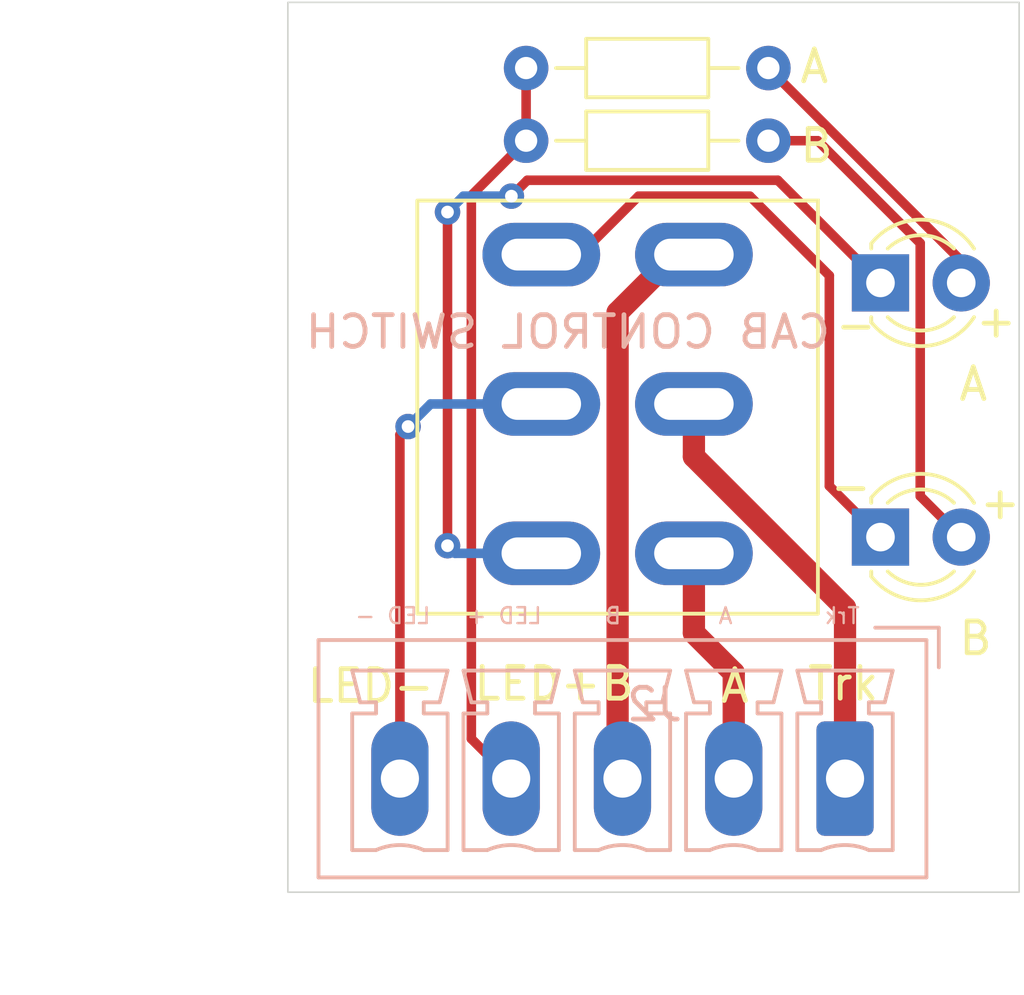
<source format=kicad_pcb>
(kicad_pcb (version 20240108) (generator "pcbnew") (generator_version "8.0")
  (layers (0 "F.Cu" signal) (31 "B.Cu" signal) (34 "B.Paste" user) (35 "F.Paste" user) (36 "B.SilkS" user "B.Silkscreen") (37 "F.SilkS" user "F.Silkscreen") (38 "B.Mask" user) (39 "F.Mask" user) (44 "Edge.Cuts" user))
  (net 0 "")
  (net 1 "GND")
  (net 2 "/spoor")
  (net 3 "Net-(D1-A)")
  (net 4 "VCC")
  (net 5 "/LED A")
  (net 6 "/LED B")
  (net 7 "/trafo A")
  (net 8 "/trafo B")
  (net 9 "Net-(D2-A)")
  (footprint "custom_kicad_lib_sk:MTS_DPDT" (layer "F.Cu") (at 150.740574 84.039534 -90)
    (property "Reference" "SW2" (hide yes))
    (property "Value" "MTS203")
    (fp_rect (start -10.4 -6.9) (end 2.6 5.7) (stroke (width 0.12)) (fill none) (layer "F.SilkS"))
    (pad "1" thru_hole oval (at -8.7 -3 270) (size 2 3.7) (drill oval 1 2.5) (layers "*.Cu" "*.Mask") (net 8 "/trafo B"))
    (pad "2" thru_hole oval (at -4 -3 270) (size 2 3.7) (drill oval 1 2.5) (layers "*.Cu" "*.Mask") (net 2 "/spoor"))
    (pad "3" thru_hole oval (at 0.7 -3 270) (size 2 3.7) (drill oval 1 2.5) (layers "*.Cu" "*.Mask") (net 7 "/trafo A"))
    (pad "4" thru_hole oval (at -8.7 1.8 270) (size 2 3.7) (drill oval 1 2.5) (layers "*.Cu" "*.Mask") (net 6 "/LED B"))
    (pad "5" thru_hole oval (at -4 1.8 270) (size 2 3.7) (drill oval 1 2.5) (layers "*.Cu" "*.Mask") (net 1 "GND"))
    (pad "6" thru_hole oval (at 0.7 1.8 270) (size 2 3.7) (drill oval 1 2.5) (layers "*.Cu" "*.Mask") (net 5 "/LED A"))
  )
  (footprint "Resistor_THT:R_Axial_DIN0204_L3.6mm_D1.6mm_P7.62mm_Horizontal" (layer "F.Cu") (at 148.463 71.755)
    (property "Reference" "R2" (hide yes))
    (property "Value" "???")
    (fp_line (start 0.94 0) (end 1.89 0) (stroke (width 0.12)) (layer "F.SilkS"))
    (fp_line (start 1.89 -0.92) (end 1.89 0.92) (stroke (width 0.12)) (layer "F.SilkS"))
    (fp_line (start 1.89 0.92) (end 5.73 0.92) (stroke (width 0.12)) (layer "F.SilkS"))
    (fp_line (start 5.73 -0.92) (end 1.89 -0.92) (stroke (width 0.12)) (layer "F.SilkS"))
    (fp_line (start 5.73 0.92) (end 5.73 -0.92) (stroke (width 0.12)) (layer "F.SilkS"))
    (fp_line (start 6.68 0) (end 5.73 0) (stroke (width 0.12)) (layer "F.SilkS"))
    (pad "1" thru_hole circle (at 0 0) (size 1.4 1.4) (drill 0.7) (layers "*.Cu" "*.Mask") (net 4 "VCC"))
    (pad "2" thru_hole oval (at 7.62 0) (size 1.4 1.4) (drill 0.7) (layers "*.Cu" "*.Mask") (net 9 "Net-(D2-A)"))
  )
  (footprint "LED_THT:LED_D3.0mm" (layer "F.Cu") (at 159.608574 76.229534)
    (property "Reference" "D1" (hide yes))
    (property "Value" "LED")
    (fp_line (start -0.29 -1.236) (end -0.29 -1.08) (stroke (width 0.12)) (layer "F.SilkS"))
    (fp_line (start -0.29 1.08) (end -0.29 1.236) (stroke (width 0.12)) (layer "F.SilkS"))
    (fp_arc (start -0.29 -1.235516) (mid 1.366487 -1.987659) (end 2.942335 -1.078608) (stroke (width 0.12)) (layer "F.SilkS"))
    (fp_arc (start 0.229039 -1.08) (mid 1.270117 -1.5) (end 2.31113 -1.079837) (stroke (width 0.12)) (layer "F.SilkS"))
    (fp_arc (start 2.31113 1.079837) (mid 1.270117 1.5) (end 0.229039 1.08) (stroke (width 0.12)) (layer "F.SilkS"))
    (fp_arc (start 2.942335 1.078608) (mid 1.366487 1.987659) (end -0.29 1.235516) (stroke (width 0.12)) (layer "F.SilkS"))
    (pad "1" thru_hole rect (at 0 0) (size 1.8 1.8) (drill 0.9) (layers "*.Cu" "*.Mask") (net 5 "/LED A"))
    (pad "2" thru_hole circle (at 2.54 0) (size 1.8 1.8) (drill 0.9) (layers "*.Cu" "*.Mask") (net 3 "Net-(D1-A)"))
  )
  (footprint "Resistor_THT:R_Axial_DIN0204_L3.6mm_D1.6mm_P7.62mm_Horizontal" (layer "F.Cu") (at 156.083 69.469 180)
    (property "Reference" "R1")
    (property "Value" "???" (hide yes))
    (fp_line (start 6.68 0) (end 5.73 0) (stroke (width 0.12)) (layer "F.SilkS"))
    (fp_line (start 5.73 0.92) (end 5.73 -0.92) (stroke (width 0.12)) (layer "F.SilkS"))
    (fp_line (start 5.73 -0.92) (end 1.89 -0.92) (stroke (width 0.12)) (layer "F.SilkS"))
    (fp_line (start 1.89 0.92) (end 5.73 0.92) (stroke (width 0.12)) (layer "F.SilkS"))
    (fp_line (start 1.89 -0.92) (end 1.89 0.92) (stroke (width 0.12)) (layer "F.SilkS"))
    (fp_line (start 0.94 0) (end 1.89 0) (stroke (width 0.12)) (layer "F.SilkS"))
    (pad "1" thru_hole circle (at 0 0 180) (size 1.4 1.4) (drill 0.7) (layers "*.Cu" "*.Mask") (net 3 "Net-(D1-A)"))
    (pad "2" thru_hole oval (at 7.62 0 180) (size 1.4 1.4) (drill 0.7) (layers "*.Cu" "*.Mask") (net 4 "VCC"))
  )
  (footprint "LED_THT:LED_D3.0mm" (layer "F.Cu") (at 159.608574 84.229534)
    (property "Reference" "D2" (hide yes))
    (property "Value" "LED")
    (fp_line (start -0.29 -1.236) (end -0.29 -1.08) (stroke (width 0.12)) (layer "F.SilkS"))
    (fp_line (start -0.29 1.08) (end -0.29 1.236) (stroke (width 0.12)) (layer "F.SilkS"))
    (fp_arc (start -0.29 -1.235516) (mid 1.366487 -1.987659) (end 2.942335 -1.078608) (stroke (width 0.12)) (layer "F.SilkS"))
    (fp_arc (start 0.229039 -1.08) (mid 1.270117 -1.5) (end 2.31113 -1.079837) (stroke (width 0.12)) (layer "F.SilkS"))
    (fp_arc (start 2.31113 1.079837) (mid 1.270117 1.5) (end 0.229039 1.08) (stroke (width 0.12)) (layer "F.SilkS"))
    (fp_arc (start 2.942335 1.078608) (mid 1.366487 1.987659) (end -0.29 1.235516) (stroke (width 0.12)) (layer "F.SilkS"))
    (pad "1" thru_hole rect (at 0 0) (size 1.8 1.8) (drill 0.9) (layers "*.Cu" "*.Mask") (net 6 "/LED B"))
    (pad "2" thru_hole circle (at 2.54 0) (size 1.8 1.8) (drill 0.9) (layers "*.Cu" "*.Mask") (net 9 "Net-(D2-A)"))
  )
  (footprint "Connector_Phoenix_MC:PhoenixContact_MCV_1,5_5-G-3.5_1x05_P3.50mm_Vertical" (layer "B.Cu") (at 158.4935 91.8285 180)
    (property "Reference" "J2" (at 5.9935 2.3285 0) (layer "B.SilkS") (effects (justify mirror)))
    (property "Value" "Screw_Terminal_01x05")
    (fp_line (start 16.56 4.36) (end 16.56 -3.11) (stroke (width 0.12)) (layer "B.SilkS"))
    (fp_line (start 16.56 -3.11) (end -2.56 -3.11) (stroke (width 0.12)) (layer "B.SilkS"))
    (fp_line (start 15.5 3.4) (end 12.5 3.4) (stroke (width 0.12)) (layer "B.SilkS"))
    (fp_line (start 15.5 2.05) (end 14.75 2.05) (stroke (width 0.12)) (layer "B.SilkS"))
    (fp_line (start 15.5 -2.25) (end 15.5 2.05) (stroke (width 0.12)) (layer "B.SilkS"))
    (fp_line (start 15.25 2.4) (end 15.5 3.4) (stroke (width 0.12)) (layer "B.SilkS"))
    (fp_line (start 14.75 2.4) (end 15.25 2.4) (stroke (width 0.12)) (layer "B.SilkS"))
    (fp_line (start 14.75 2.05) (end 14.75 2.4) (stroke (width 0.12)) (layer "B.SilkS"))
    (fp_line (start 14.75 -2.25) (end 15.5 -2.25) (stroke (width 0.12)) (layer "B.SilkS"))
    (fp_line (start 13.25 2.4) (end 13.25 2.05) (stroke (width 0.12)) (layer "B.SilkS"))
    (fp_line (start 13.25 2.05) (end 12.5 2.05) (stroke (width 0.12)) (layer "B.SilkS"))
    (fp_line (start 12.75 2.4) (end 13.25 2.4) (stroke (width 0.12)) (layer "B.SilkS"))
    (fp_line (start 12.5 3.4) (end 12.75 2.4) (stroke (width 0.12)) (layer "B.SilkS"))
    (fp_line (start 12.5 2.05) (end 12.5 -2.25) (stroke (width 0.12)) (layer "B.SilkS"))
    (fp_line (start 12.5 -2.25) (end 13.25 -2.25) (stroke (width 0.12)) (layer "B.SilkS"))
    (fp_line (start 12 3.4) (end 9 3.4) (stroke (width 0.12)) (layer "B.SilkS"))
    (fp_line (start 12 2.05) (end 11.25 2.05) (stroke (width 0.12)) (layer "B.SilkS"))
    (fp_line (start 12 -2.25) (end 12 2.05) (stroke (width 0.12)) (layer "B.SilkS"))
    (fp_line (start 11.75 2.4) (end 12 3.4) (stroke (width 0.12)) (layer "B.SilkS"))
    (fp_line (start 11.25 2.4) (end 11.75 2.4) (stroke (width 0.12)) (layer "B.SilkS"))
    (fp_line (start 11.25 2.05) (end 11.25 2.4) (stroke (width 0.12)) (layer "B.SilkS"))
    (fp_line (start 11.25 -2.25) (end 12 -2.25) (stroke (width 0.12)) (layer "B.SilkS"))
    (fp_line (start 9.75 2.4) (end 9.75 2.05) (stroke (width 0.12)) (layer "B.SilkS"))
    (fp_line (start 9.75 2.05) (end 9 2.05) (stroke (width 0.12)) (layer "B.SilkS"))
    (fp_line (start 9.25 2.4) (end 9.75 2.4) (stroke (width 0.12)) (layer "B.SilkS"))
    (fp_line (start 9 3.4) (end 9.25 2.4) (stroke (width 0.12)) (layer "B.SilkS"))
    (fp_line (start 9 2.05) (end 9 -2.25) (stroke (width 0.12)) (layer "B.SilkS"))
    (fp_line (start 9 -2.25) (end 9.75 -2.25) (stroke (width 0.12)) (layer "B.SilkS"))
    (fp_line (start 8.5 3.4) (end 5.5 3.4) (stroke (width 0.12)) (layer "B.SilkS"))
    (fp_line (start 8.5 2.05) (end 7.75 2.05) (stroke (width 0.12)) (layer "B.SilkS"))
    (fp_line (start 8.5 -2.25) (end 8.5 2.05) (stroke (width 0.12)) (layer "B.SilkS"))
    (fp_line (start 8.25 2.4) (end 8.5 3.4) (stroke (width 0.12)) (layer "B.SilkS"))
    (fp_line (start 7.75 2.4) (end 8.25 2.4) (stroke (width 0.12)) (layer "B.SilkS"))
    (fp_line (start 7.75 2.05) (end 7.75 2.4) (stroke (width 0.12)) (layer "B.SilkS"))
    (fp_line (start 7.75 -2.25) (end 8.5 -2.25) (stroke (width 0.12)) (layer "B.SilkS"))
    (fp_line (start 6.25 2.4) (end 6.25 2.05) (stroke (width 0.12)) (layer "B.SilkS"))
    (fp_line (start 6.25 2.05) (end 5.5 2.05) (stroke (width 0.12)) (layer "B.SilkS"))
    (fp_line (start 5.75 2.4) (end 6.25 2.4) (stroke (width 0.12)) (layer "B.SilkS"))
    (fp_line (start 5.5 3.4) (end 5.75 2.4) (stroke (width 0.12)) (layer "B.SilkS"))
    (fp_line (start 5.5 2.05) (end 5.5 -2.25) (stroke (width 0.12)) (layer "B.SilkS"))
    (fp_line (start 5.5 -2.25) (end 6.25 -2.25) (stroke (width 0.12)) (layer "B.SilkS"))
    (fp_line (start 5 3.4) (end 2 3.4) (stroke (width 0.12)) (layer "B.SilkS"))
    (fp_line (start 5 2.05) (end 4.25 2.05) (stroke (width 0.12)) (layer "B.SilkS"))
    (fp_line (start 5 -2.25) (end 5 2.05) (stroke (width 0.12)) (layer "B.SilkS"))
    (fp_line (start 4.75 2.4) (end 5 3.4) (stroke (width 0.12)) (layer "B.SilkS"))
    (fp_line (start 4.25 2.4) (end 4.75 2.4) (stroke (width 0.12)) (layer "B.SilkS"))
    (fp_line (start 4.25 2.05) (end 4.25 2.4) (stroke (width 0.12)) (layer "B.SilkS"))
    (fp_line (start 4.25 -2.25) (end 5 -2.25) (stroke (width 0.12)) (layer "B.SilkS"))
    (fp_line (start 2.75 2.4) (end 2.75 2.05) (stroke (width 0.12)) (layer "B.SilkS"))
    (fp_line (start 2.75 2.05) (end 2 2.05) (stroke (width 0.12)) (layer "B.SilkS"))
    (fp_line (start 2.25 2.4) (end 2.75 2.4) (stroke (width 0.12)) (layer "B.SilkS"))
    (fp_line (start 2 3.4) (end 2.25 2.4) (stroke (width 0.12)) (layer "B.SilkS"))
    (fp_line (start 2 2.05) (end 2 -2.25) (stroke (width 0.12)) (layer "B.SilkS"))
    (fp_line (start 2 -2.25) (end 2.75 -2.25) (stroke (width 0.12)) (layer "B.SilkS"))
    (fp_line (start 1.5 3.4) (end -1.5 3.4) (stroke (width 0.12)) (layer "B.SilkS"))
    (fp_line (start 1.5 2.05) (end 0.75 2.05) (stroke (width 0.12)) (layer "B.SilkS"))
    (fp_line (start 1.5 -2.25) (end 1.5 2.05) (stroke (width 0.12)) (layer "B.SilkS"))
    (fp_line (start 1.25 2.4) (end 1.5 3.4) (stroke (width 0.12)) (layer "B.SilkS"))
    (fp_line (start 0.75 2.4) (end 1.25 2.4) (stroke (width 0.12)) (layer "B.SilkS"))
    (fp_line (start 0.75 2.05) (end 0.75 2.4) (stroke (width 0.12)) (layer "B.SilkS"))
    (fp_line (start 0.75 -2.25) (end 1.5 -2.25) (stroke (width 0.12)) (layer "B.SilkS"))
    (fp_line (start -0.75 2.4) (end -0.75 2.05) (stroke (width 0.12)) (layer "B.SilkS"))
    (fp_line (start -0.75 2.05) (end -1.5 2.05) (stroke (width 0.12)) (layer "B.SilkS"))
    (fp_line (start -0.95 4.75) (end -2.95 4.75) (stroke (width 0.12)) (layer "B.SilkS"))
    (fp_line (start -1.25 2.4) (end -0.75 2.4) (stroke (width 0.12)) (layer "B.SilkS"))
    (fp_line (start -1.5 3.4) (end -1.25 2.4) (stroke (width 0.12)) (layer "B.SilkS"))
    (fp_line (start -1.5 2.05) (end -1.5 -2.25) (stroke (width 0.12)) (layer "B.SilkS"))
    (fp_line (start -1.5 -2.25) (end -0.75 -2.25) (stroke (width 0.12)) (layer "B.SilkS"))
    (fp_line (start -2.56 4.36) (end 16.56 4.36) (stroke (width 0.12)) (layer "B.SilkS"))
    (fp_line (start -2.56 -3.11) (end -2.56 4.36) (stroke (width 0.12)) (layer "B.SilkS"))
    (fp_line (start -2.95 4.75) (end -2.95 3.5) (stroke (width 0.12)) (layer "B.SilkS"))
    (fp_arc (start 14.749647 -2.249844) (mid 13.999807 -2.091909) (end 13.25 -2.25) (stroke (width 0.12)) (layer "B.SilkS"))
    (fp_arc (start 11.249647 -2.249844) (mid 10.499807 -2.091909) (end 9.75 -2.25) (stroke (width 0.12)) (layer "B.SilkS"))
    (fp_arc (start 7.749647 -2.249844) (mid 6.999807 -2.091909) (end 6.25 -2.25) (stroke (width 0.12)) (layer "B.SilkS"))
    (fp_arc (start 4.249647 -2.249844) (mid 3.499807 -2.091909) (end 2.75 -2.25) (stroke (width 0.12)) (layer "B.SilkS"))
    (fp_arc (start 0.749647 -2.249844) (mid -0.000193 -2.091909) (end -0.75 -2.25) (stroke (width 0.12)) (layer "B.SilkS"))
    (pad "1" thru_hole roundrect (at 0 0 180) (size 1.8 3.6) (drill 1.2) (layers "*.Cu" "*.Mask") (roundrect_rratio 0.138889) (net 2 "/spoor"))
    (pad "2" thru_hole oval (at 3.5 0 180) (size 1.8 3.6) (drill 1.2) (layers "*.Cu" "*.Mask") (net 7 "/trafo A"))
    (pad "3" thru_hole oval (at 7 0 180) (size 1.8 3.6) (drill 1.2) (layers "*.Cu" "*.Mask") (net 8 "/trafo B"))
    (pad "4" thru_hole oval (at 10.5 0 180) (size 1.8 3.6) (drill 1.2) (layers "*.Cu" "*.Mask") (net 4 "VCC"))
    (pad "5" thru_hole oval (at 14 0 180) (size 1.8 3.6) (drill 1.2) (layers "*.Cu" "*.Mask") (net 1 "GND"))
  )
  (gr_rect (start 140.969574 67.402534) (end 163.969574 95.402534) (stroke (width 0.05)) (fill none) (layer "Edge.Cuts"))
  (gr_text "B" (at 151.5 87 0) (layer "B.SilkS") (effects (font (size 0.5 0.5) (thickness 0.075)) (justify left bottom mirror)))
  (gr_text "B" (at 151.5 87 0) (layer "B.SilkS") (effects (font (size 0.5 0.5) (thickness 0.075)) (justify left bottom mirror)))
  (gr_text "A" (at 155 87 0) (layer "B.SilkS") (effects (font (size 0.5 0.5) (thickness 0.075)) (justify left bottom mirror)))
  (gr_text "Trk" (at 159 87 0) (layer "B.SilkS") (effects (font (size 0.5 0.5) (thickness 0.075)) (justify left bottom mirror)))
  (gr_text "B" (at 151.5 87 0) (layer "B.SilkS") (effects (font (size 0.5 0.5) (thickness 0.075)) (justify left bottom mirror)))
  (gr_text "LED +" (at 149 87 0) (layer "B.SilkS") (effects (font (size 0.5 0.5) (thickness 0.075)) (justify left bottom mirror)))
  (gr_text "CAB CONTROL SWITCH" (at 158.115 78.359 0) (layer "B.SilkS") (effects (font (size 1 1)) (justify left bottom mirror)))
  (gr_text "LED -" (at 145.5 87 0) (layer "B.SilkS") (effects (font (size 0.5 0.5) (thickness 0.075)) (justify left bottom mirror)))
  (gr_text "LED+" (at 146.7435 89.4285 0) (layer "F.SilkS") (effects (font (size 1 1)) (justify left bottom)))
  (gr_text "A" (at 157 70 0) (layer "F.SilkS") (effects (font (size 1 1)) (justify left bottom)))
  (gr_text "+" (at 162.529574 78.007534 0) (layer "F.SilkS") (effects (font (size 1 1)) (justify left bottom)))
  (gr_text "-" (at 158.115 78.134534 0) (layer "F.SilkS") (effects (font (size 1 1)) (justify left bottom)))
  (gr_text "-" (at 157.957574 83.214534 0) (layer "F.SilkS") (effects (font (size 1 1)) (justify left bottom)))
  (gr_text "B" (at 150.7435 89.4285 0) (layer "F.SilkS") (effects (font (size 1 1)) (justify left bottom)))
  (gr_text "A" (at 154.5 89.5 0) (layer "F.SilkS") (effects (font (size 1 1)) (justify left bottom)))
  (gr_text "B" (at 162 88 0) (layer "F.SilkS") (effects (font (size 1 1)) (justify left bottom)))
  (gr_text "Trk" (at 157.2435 89.4285 0) (layer "F.SilkS") (effects (font (size 1 1)) (justify left bottom)))
  (gr_text "LED-" (at 141.5 89.5 0) (layer "F.SilkS") (effects (font (size 1 1)) (justify left bottom)))
  (gr_text "B" (at 157 72.5 0) (layer "F.SilkS") (effects (font (size 1 1)) (justify left bottom)))
  (gr_text "+" (at 162.656574 83.722534 0) (layer "F.SilkS") (effects (font (size 1 1)) (justify left bottom)))
  (gr_text "A" (at 162 80 0) (layer "F.SilkS") (effects (font (size 1 1)) (justify left bottom)))
  (segment (start 144.4935 81.0065) (end 144.4935 91.8285) (width 0.3) (layer "F.Cu") (net 1))
  (segment (start 144.75 80.75) (end 144.4935 81.0065) (width 0.3) (layer "F.Cu") (net 1))
  (via (at 144.75 80.75) (size 0.8) (drill 0.4) (layers "F.Cu" "B.Cu") (net 1))
  (segment (start 145.460466 80.039534) (end 148.940574 80.039534) (width 0.3) (layer "B.Cu") (net 1))
  (segment (start 144.75 80.75) (end 145.460466 80.039534) (width 0.3) (layer "B.Cu") (net 1))
  (segment (start 153.740574 80.039534) (end 153.740574 81.697503) (width 0.7) (layer "F.Cu") (net 2))
  (segment (start 153.740574 81.697503) (end 158.4935 86.450429) (width 0.7) (layer "F.Cu") (net 2))
  (segment (start 158.4935 86.450429) (end 158.4935 91.8285) (width 0.7) (layer "F.Cu") (net 2))
  (segment (start 162.148574 75.534574) (end 162.148574 76.229534) (width 0.3) (layer "F.Cu") (net 3))
  (segment (start 156.083 69.469) (end 162.148574 75.534574) (width 0.3) (layer "F.Cu") (net 3))
  (segment (start 147.9935 91.8285) (end 146.740574 90.575574) (width 0.3) (layer "F.Cu") (net 4))
  (segment (start 148.463 71.755) (end 148.463 69.469) (width 0.3) (layer "F.Cu") (net 4))
  (segment (start 146.740574 73.477426) (end 148.463 71.755) (width 0.3) (layer "F.Cu") (net 4))
  (segment (start 146.740574 90.575574) (end 146.740574 73.477426) (width 0.3) (layer "F.Cu") (net 4))
  (segment (start 148.5 73) (end 148 73.5) (width 0.3) (layer "F.Cu") (net 5))
  (segment (start 159.608574 76.229534) (end 156.37904 73) (width 0.3) (layer "F.Cu") (net 5))
  (segment (start 145.990574 74) (end 145.990574 84.5) (width 0.3) (layer "F.Cu") (net 5))
  (segment (start 156.37904 73) (end 148.5 73) (width 0.3) (layer "F.Cu") (net 5))
  (via (at 145.990574 84.5) (size 0.8) (drill 0.4) (layers "F.Cu" "B.Cu") (net 5))
  (via (at 148 73.5) (size 0.8) (drill 0.4) (layers "F.Cu" "B.Cu") (net 5))
  (via (at 145.990574 74) (size 0.8) (drill 0.4) (layers "F.Cu" "B.Cu") (net 5))
  (segment (start 148 73.5) (end 146.490574 73.5) (width 0.3) (layer "B.Cu") (net 5))
  (segment (start 145.990574 84.5) (end 146.230108 84.739534) (width 0.3) (layer "B.Cu") (net 5))
  (segment (start 146.230108 84.739534) (end 148.940574 84.739534) (width 0.3) (layer "B.Cu") (net 5))
  (segment (start 146.490574 73.5) (end 145.990574 74) (width 0.3) (layer "B.Cu") (net 5))
  (segment (start 148.940574 75.339534) (end 150.160466 75.339534) (width 0.3) (layer "F.Cu") (net 6))
  (segment (start 155.5 73.5) (end 158 76) (width 0.3) (layer "F.Cu") (net 6))
  (segment (start 158 82.62096) (end 159.608574 84.229534) (width 0.3) (layer "F.Cu") (net 6))
  (segment (start 150.160466 75.339534) (end 152 73.5) (width 0.3) (layer "F.Cu") (net 6))
  (segment (start 152 73.5) (end 155.5 73.5) (width 0.3) (layer "F.Cu") (net 6))
  (segment (start 158 76) (end 158 82.62096) (width 0.3) (layer "F.Cu") (net 6))
  (segment (start 154.9935 91.8285) (end 154.9935 88.5) (width 0.7) (layer "F.Cu") (net 7))
  (segment (start 153.740574 84.739534) (end 153.740574 87.247074) (width 0.7) (layer "F.Cu") (net 7))
  (segment (start 153.740574 87.247074) (end 154.9935 88.5) (width 0.7) (layer "F.Cu") (net 7))
  (segment (start 151.340574 91.675574) (end 151.340574 77.159426) (width 0.7) (layer "F.Cu") (net 8))
  (segment (start 151.340574 77.159426) (end 153.160466 75.339534) (width 0.7) (layer "F.Cu") (net 8))
  (segment (start 153.160466 75.339534) (end 153.740574 75.339534) (width 0.7) (layer "F.Cu") (net 8))
  (segment (start 151.4935 91.8285) (end 151.340574 91.675574) (width 0.7) (layer "F.Cu") (net 8))
  (segment (start 160.858574 74.979534) (end 160.858574 82.939534) (width 0.3) (layer "F.Cu") (net 9))
  (segment (start 157.63404 71.755) (end 160.858574 74.979534) (width 0.3) (layer "F.Cu") (net 9))
  (segment (start 156.083 71.755) (end 157.63404 71.755) (width 0.3) (layer "F.Cu") (net 9))
  (segment (start 160.858574 82.939534) (end 162.148574 84.229534) (width 0.3) (layer "F.Cu") (net 9))
)
</source>
